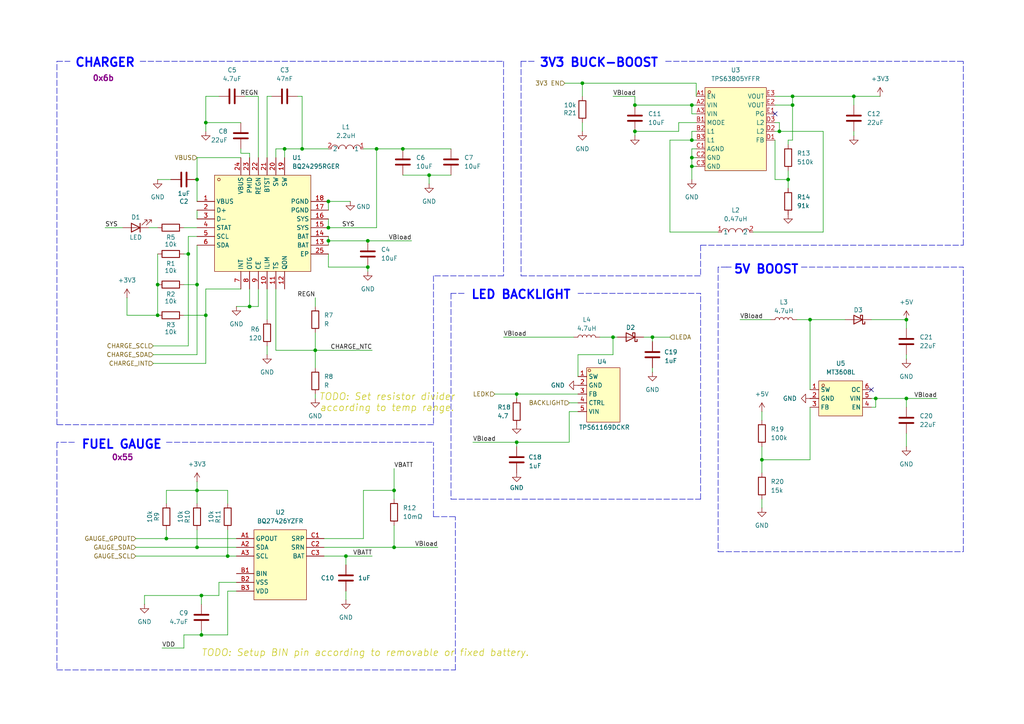
<source format=kicad_sch>
(kicad_sch (version 20231120) (generator "eeschema") (generator_version "8.0")
  (paper "A4")
  (title_block (title "Battery and Power management") (date "2024-10-26 - 2024-11-11") (rev "Prototype v0") (company "xamuel.xyz"))
  (lib_symbols
    (symbol "Device:C" (pin_numbers hide) (pin_names (offset 0.254))
      (property "Reference" "C" (at 0.635 2.54 0))
      (property "Value" "C" (at 0.635 -2.54 0))
      (symbol "C_0_1"
        (polyline (pts (xy -2.032 -0.762) (xy 2.032 -0.762)) (stroke (width 0.508)))
        (polyline (pts (xy -2.032 0.762) (xy 2.032 0.762)) (stroke (width 0.508)))
      )
      (symbol "C_1_1"
        (pin passive line (at 0 3.81 270) (length 2.794) (name "~") (number "1"))
        (pin passive line (at 0 -3.81 90) (length 2.794) (name "~") (number "2"))
      )
    )
    (symbol "Device:D_Schottky" (pin_numbers hide) (pin_names (offset 1.016) hide)
      (property "Reference" "D" (at 0 2.54 0))
      (property "Value" "D_Schottky" (at 0 -2.54 0))
      (symbol "D_Schottky_0_1"
        (polyline (pts (xy 1.27 0) (xy -1.27 0)))
        (polyline (pts (xy 1.27 1.27) (xy 1.27 -1.27) (xy -1.27 0) (xy 1.27 1.27)) (stroke (width 0.254)))
        (polyline (pts (xy -1.905 0.635) (xy -1.905 1.27) (xy -1.27 1.27) (xy -1.27 -1.27) (xy -0.635 -1.27) (xy -0.635 -0.635)) (stroke (width 0.254)))
      )
      (symbol "D_Schottky_1_1"
        (pin passive line (at -3.81 0 0) (length 2.54) (name "K") (number "1"))
        (pin passive line (at 3.81 0 180) (length 2.54) (name "A") (number "2"))
      )
    )
    (symbol "Device:L" (pin_numbers hide) (pin_names (offset 1.016) hide)
      (property "Reference" "L" (at -1.27 0 90))
      (property "Value" "L" (at 1.905 0 90))
      (symbol "L_0_1"
        (arc (start 0 -2.54) (mid 0.6323 -1.905) (end 0 -1.27))
        (arc (start 0 -1.27) (mid 0.6323 -0.635) (end 0 0))
        (arc (start 0 0) (mid 0.6323 0.635) (end 0 1.27))
        (arc (start 0 1.27) (mid 0.6323 1.905) (end 0 2.54))
      )
      (symbol "L_1_1"
        (pin passive line (at 0 3.81 270) (length 1.27) (name "1") (number "1"))
        (pin passive line (at 0 -3.81 90) (length 1.27) (name "2") (number "2"))
      )
    )
    (symbol "Device:LED" (pin_numbers hide) (pin_names (offset 1.016) hide)
      (property "Reference" "D" (at 0 2.54 0))
      (property "Value" "LED" (at 0 -2.54 0))
      (symbol "LED_0_1"
        (polyline (pts (xy -1.27 -1.27) (xy -1.27 1.27)) (stroke (width 0.254)))
        (polyline (pts (xy -1.27 0) (xy 1.27 0)))
        (polyline (pts (xy 1.27 -1.27) (xy 1.27 1.27) (xy -1.27 0) (xy 1.27 -1.27)) (stroke (width 0.254)))
        (polyline (pts (xy -3.048 -0.762) (xy -4.572 -2.286) (xy -3.81 -2.286) (xy -4.572 -2.286) (xy -4.572 -1.524)))
        (polyline (pts (xy -1.778 -0.762) (xy -3.302 -2.286) (xy -2.54 -2.286) (xy -3.302 -2.286) (xy -3.302 -1.524)))
      )
      (symbol "LED_1_1"
        (pin passive line (at -3.81 0 0) (length 2.54) (name "K") (number "1"))
        (pin passive line (at 3.81 0 180) (length 2.54) (name "A") (number "2"))
      )
    )
    (symbol "Device:R" (pin_numbers hide) (pin_names (offset 0))
      (property "Reference" "R" (at 2.032 0 90))
      (property "Value" "R" (at 0 0 90))
      (symbol "R_0_1"
        (rectangle (start -1.016 -2.54) (end 1.016 2.54) (stroke (width 0.254)))
      )
      (symbol "R_1_1"
        (pin passive line (at 0 3.81 270) (length 1.27) (name "~") (number "1"))
        (pin passive line (at 0 -3.81 90) (length 1.27) (name "~") (number "2"))
      )
    )
    (symbol "linuxpocket:1239AS-H-R47M=P2"
      (property "Reference" "U" (at 0 5.08 0))
      (property "Value" "1239AS-H-R47M=P2" (at 0 -5.08 0))
      (symbol "1239AS-H-R47M=P2_0_1"
        (arc (start -2.03 0.01) (mid -3.055 1.013) (end -4.06 -0.01))
        (arc (start 0 0.01) (mid -1.025 1.013) (end -2.03 -0.01))
        (arc (start 2.03 0.01) (mid 1.005 1.013) (end 0 -0.01))
        (arc (start 4.06 0.01) (mid 3.035 1.013) (end 2.03 -0.01))
        (pin unspecified line (at -5.08 0 0) (length 1.016) (name "1") (number "1"))
        (pin unspecified line (at 5.08 0 180) (length 1.016) (name "2") (number "2"))
      )
    )
    (symbol "linuxpocket:BQ24295RGER"
      (property "Reference" "U" (at 0 25.4 0))
      (property "Value" "BQ24295RGER" (at 0 -22.86 0))
      (symbol "BQ24295RGER_0_1"
        (rectangle (start -12.7 15.24) (end 15.24 -12.7) (fill (type background)))
        (circle (center -11.43 13.97) (radius 0.38))
        (pin unspecified line (at -17.78 7.62 0) (length 5.08) (name "VBUS") (number "1"))
        (pin unspecified line (at 2.54 -17.78 90) (length 5.08) (name "ILIM") (number "10"))
        (pin unspecified line (at 5.08 -17.78 90) (length 5.08) (name "TS") (number "11"))
        (pin unspecified line (at 7.62 -17.78 90) (length 5.08) (name "QON") (number "12"))
        (pin unspecified line (at 20.32 -5.08 180) (length 5.08) (name "BAT") (number "13"))
        (pin unspecified line (at 20.32 -2.54 180) (length 5.08) (name "BAT") (number "14"))
        (pin unspecified line (at 20.32 0 180) (length 5.08) (name "SYS") (number "15"))
        (pin unspecified line (at 20.32 2.54 180) (length 5.08) (name "SYS") (number "16"))
        (pin unspecified line (at 20.32 5.08 180) (length 5.08) (name "PGND") (number "17"))
        (pin unspecified line (at 20.32 7.62 180) (length 5.08) (name "PGND") (number "18"))
        (pin unspecified line (at 7.62 20.32 270) (length 5.08) (name "SW") (number "19"))
        (pin unspecified line (at -17.78 5.08 0) (length 5.08) (name "D+") (number "2"))
        (pin unspecified line (at 5.08 20.32 270) (length 5.08) (name "SW") (number "20"))
        (pin unspecified line (at 2.54 20.32 270) (length 5.08) (name "BTST") (number "21"))
        (pin unspecified line (at 0 20.32 270) (length 5.08) (name "REGN") (number "22"))
        (pin unspecified line (at -2.54 20.32 270) (length 5.08) (name "PMID") (number "23"))
        (pin unspecified line (at -5.08 20.32 270) (length 5.08) (name "VBUS") (number "24"))
        (pin unspecified line (at 20.32 -7.62 180) (length 5.08) (name "EP") (number "25"))
        (pin unspecified line (at -17.78 2.54 0) (length 5.08) (name "D-") (number "3"))
        (pin unspecified line (at -17.78 0 0) (length 5.08) (name "STAT") (number "4"))
        (pin unspecified line (at -17.78 -2.54 0) (length 5.08) (name "SCL") (number "5"))
        (pin unspecified line (at -17.78 -5.08 0) (length 5.08) (name "SDA") (number "6"))
        (pin unspecified line (at -5.08 -17.78 90) (length 5.08) (name "INT") (number "7"))
        (pin unspecified line (at -2.54 -17.78 90) (length 5.08) (name "OTG") (number "8"))
        (pin unspecified line (at 0 -17.78 90) (length 5.08) (name "CE") (number "9"))
      )
    )
    (symbol "linuxpocket:BQ27426YZFR"
      (property "Reference" "U" (at 0 10.16 0))
      (property "Value" "BQ27426YZFR" (at 0 -15.24 0))
      (symbol "BQ27426YZFR_0_1"
        (rectangle (start -7.62 7.62) (end 7.62 -12.7) (fill (type background)))
        (pin unspecified line (at -12.7 5.08 0) (length 5.08) (name "GPOUT") (number "A1"))
        (pin unspecified line (at -12.7 2.54 0) (length 5.08) (name "SDA") (number "A2"))
        (pin unspecified line (at -12.7 0 0) (length 5.08) (name "SCL") (number "A3"))
        (pin unspecified line (at -12.7 -5.08 0) (length 5.08) (name "BIN") (number "B1"))
        (pin unspecified line (at -12.7 -7.62 0) (length 5.08) (name "VSS") (number "B2"))
        (pin unspecified line (at -12.7 -10.16 0) (length 5.08) (name "VDD") (number "B3"))
        (pin unspecified line (at 12.7 5.08 180) (length 5.08) (name "SRP") (number "C1"))
        (pin unspecified line (at 12.7 2.54 180) (length 5.08) (name "SRN") (number "C2"))
        (pin unspecified line (at 12.7 0 180) (length 5.08) (name "BAT") (number "C3"))
      )
    )
    (symbol "linuxpocket:FXL0420-2R2-M"
      (property "Reference" "L" (at 0 5.08 0))
      (property "Value" "FXL0420-2R2-M" (at 0 -5.08 0))
      (symbol "FXL0420-2R2-M_0_1"
        (arc (start -4.29 -0.02) (mid -2.81 -1.01) (end -2.27 -0.02))
        (arc (start -2.13 -0.02) (mid -0.66 -1.01) (end -0.11 -0.02))
        (arc (start 0.02 -0.02) (mid 1.49 -1.01) (end 2.04 -0.02))
        (arc (start 2.21 -0.02) (mid 3.68 -1.01) (end 4.23 -0.02))
        (pin unspecified line (at -5.08 0 0) (length 0.762) (name "1") (number "1"))
        (pin unspecified line (at 5.08 0 180) (length 0.762) (name "2") (number "2"))
      )
    )
    (symbol "linuxpocket:MT3608L"
      (property "Reference" "U" (at 0 7.62 0))
      (property "Value" "MT3608L" (at 0 -7.62 0))
      (symbol "MT3608L_0_1"
        (rectangle (start -6.35 5.08) (end 6.35 -5.08) (fill (type background)))
        (circle (center -5.08 3.81) (radius 0.38))
        (pin unspecified line (at -8.89 2.54 0) (length 2.54) (name "SW") (number "1"))
        (pin unspecified line (at -8.89 0 0) (length 2.54) (name "GND") (number "2"))
        (pin unspecified line (at -8.89 -2.54 0) (length 2.54) (name "FB") (number "3"))
        (pin unspecified line (at 8.89 -2.54 180) (length 2.54) (name "EN") (number "4"))
        (pin unspecified line (at 8.89 0 180) (length 2.54) (name "VIN") (number "5"))
        (pin unspecified line (at 8.89 2.54 180) (length 2.54) (name "OC") (number "6"))
      )
    )
    (symbol "linuxpocket:TPS61169DCKR"
      (property "Reference" "U" (at 0 10.16 0))
      (property "Value" "TPS61169DCKR" (at 0 -10.16 0))
      (symbol "TPS61169DCKR_0_1"
        (rectangle (start -2.54 7.62) (end 7.11 -8.13) (fill (type background)))
        (circle (center -1.78 6.86) (radius 0.38))
        (pin unspecified line (at -5.08 5.08 0) (length 2.54) (name "SW") (number "1"))
        (pin unspecified line (at -5.08 2.54 0) (length 2.54) (name "GND") (number "2"))
        (pin unspecified line (at -5.08 0 0) (length 2.54) (name "FB") (number "3"))
        (pin unspecified line (at -5.08 -2.54 0) (length 2.54) (name "CTRL") (number "4"))
        (pin unspecified line (at -5.08 -5.08 0) (length 2.54) (name "VIN") (number "5"))
      )
    )
    (symbol "linuxpocket:TPS63805YFFR"
      (property "Reference" "U" (at 0 15.24 0))
      (property "Value" "TPS63805YFFR" (at 0 -15.24 0))
      (symbol "TPS63805YFFR_0_1"
        (rectangle (start -7.62 12.7) (end 10.16 -11.43) (fill (type background)))
        (circle (center -6.35 11.43) (radius 0.38))
        (pin unspecified line (at -10.16 10.16 0) (length 2.54) (name "EN") (number "A1"))
        (pin unspecified line (at -10.16 7.62 0) (length 2.54) (name "VIN") (number "A2"))
        (pin unspecified line (at -10.16 5.08 0) (length 2.54) (name "VIN") (number "A3"))
        (pin unspecified line (at -10.16 2.54 0) (length 2.54) (name "MODE") (number "B1"))
        (pin unspecified line (at -10.16 0 0) (length 2.54) (name "L1") (number "B2"))
        (pin unspecified line (at -10.16 -2.54 0) (length 2.54) (name "L1") (number "B3"))
        (pin unspecified line (at -10.16 -5.08 0) (length 2.54) (name "AGND") (number "C1"))
        (pin unspecified line (at -10.16 -7.62 0) (length 2.54) (name "GND") (number "C2"))
        (pin unspecified line (at -10.16 -10.16 0) (length 2.54) (name "GND") (number "C3"))
        (pin unspecified line (at 12.7 -2.54 180) (length 2.54) (name "FB") (number "D1"))
        (pin unspecified line (at 12.7 0 180) (length 2.54) (name "L2") (number "D2"))
        (pin unspecified line (at 12.7 2.54 180) (length 2.54) (name "L2") (number "D3"))
        (pin unspecified line (at 12.7 5.08 180) (length 2.54) (name "PG") (number "E1"))
        (pin unspecified line (at 12.7 7.62 180) (length 2.54) (name "VOUT") (number "E2"))
        (pin unspecified line (at 12.7 10.16 180) (length 2.54) (name "VOUT") (number "E3"))
      )
    )
    (symbol "power:+3V3" (power) (pin_numbers hide) (pin_names (offset 0) hide)
      (property "Value" "+3V3" (at 0 3.556 0))
      (symbol "+3V3_0_1"
        (polyline (pts (xy -0.762 1.27) (xy 0 2.54)))
        (polyline (pts (xy 0 0) (xy 0 2.54)))
        (polyline (pts (xy 0 2.54) (xy 0.762 1.27)))
      )
      (symbol "+3V3_1_1"
        (pin power_in line (at 0 0 90) (length 0) (name "~") (number "1"))
      )
    )
    (symbol "power:+5V" (power) (pin_numbers hide) (pin_names (offset 0) hide)
      (property "Value" "+5V" (at 0 3.556 0))
      (symbol "+5V_0_1"
        (polyline (pts (xy -0.762 1.27) (xy 0 2.54)))
        (polyline (pts (xy 0 0) (xy 0 2.54)))
        (polyline (pts (xy 0 2.54) (xy 0.762 1.27)))
      )
      (symbol "+5V_1_1"
        (pin power_in line (at 0 0 90) (length 0) (name "~") (number "1"))
      )
    )
    (symbol "power:GND" (power) (pin_numbers hide) (pin_names (offset 0) hide)
      (property "Value" "GND" (at 0 -3.81 0))
      (symbol "GND_0_1"
        (polyline (pts (xy 0 0) (xy 0 -1.27) (xy 1.27 -1.27) (xy 0 -2.54) (xy -1.27 -1.27) (xy 0 -1.27)))
      )
      (symbol "GND_1_1"
        (pin power_in line (at 0 0 270) (length 0) (name "~") (number "1"))
      )
    )
  )
  (junction (at 59.69 35.56))
  (junction (at 72.39 88.9))
  (junction (at 200.66 48.26))
  (junction (at 200.66 40.64))
  (junction (at 262.89 92.71))
  (junction (at 95.25 58.42))
  (junction (at 66.04 161.29))
  (junction (at 57.15 142.24))
  (junction (at 229.87 27.94))
  (junction (at 95.25 69.85))
  (junction (at 200.66 45.72))
  (junction (at 58.42 172.72))
  (junction (at 59.69 91.44))
  (junction (at 48.26 156.21))
  (junction (at 106.68 69.85))
  (junction (at 234.95 92.71))
  (junction (at 184.15 30.48))
  (junction (at 95.25 66.04))
  (junction (at 229.87 30.48))
  (junction (at 45.72 91.44))
  (junction (at 58.42 184.15))
  (junction (at 114.3 142.24))
  (junction (at 91.44 101.6))
  (junction (at 247.65 27.94))
  (junction (at 54.61 73.66))
  (junction (at 228.6 52.07))
  (junction (at 57.15 82.55))
  (junction (at 106.68 77.47))
  (junction (at 226.06 38.1))
  (junction (at 149.86 128.27))
  (junction (at 100.33 161.29))
  (junction (at 149.86 114.3))
  (junction (at 200.66 30.48))
  (junction (at 168.91 24.13))
  (junction (at 177.8 97.79))
  (junction (at 114.3 158.75))
  (junction (at 116.84 43.18))
  (junction (at 124.46 50.8))
  (junction (at 254 115.57))
  (junction (at 262.89 115.57))
  (junction (at 45.72 82.55))
  (junction (at 57.15 158.75))
  (junction (at 109.22 43.18))
  (junction (at 189.23 97.79))
  (junction (at 57.15 52.07))
  (junction (at 87.63 43.18))
  (junction (at 184.15 38.1))
  (junction (at 220.98 133.35))
  (junction (at 82.55 43.18))
  (no_connect (at 224.79 33.02))
  (no_connect (at 252.73 113.03))
  (wire (pts (xy 66.04 161.29) (xy 68.58 161.29)))
  (wire (pts (xy 262.89 125.73) (xy 262.89 129.54)))
  (polyline (pts (xy 146.05 80.01) (xy 125.73 80.01)) (stroke (width 0) (type dash)))
  (wire (pts (xy 234.95 92.71) (xy 234.95 113.03)))
  (wire (pts (xy 167.64 109.22) (xy 167.64 102.87)))
  (wire (pts (xy 224.79 27.94) (xy 229.87 27.94)))
  (wire (pts (xy 54.61 100.33) (xy 44.45 100.33)))
  (wire (pts (xy 82.55 43.18) (xy 87.63 43.18)))
  (wire (pts (xy 66.04 153.67) (xy 66.04 161.29)))
  (wire (pts (xy 48.26 156.21) (xy 68.58 156.21)))
  (wire (pts (xy 77.47 83.82) (xy 77.47 92.71)))
  (wire (pts (xy 224.79 52.07) (xy 228.6 52.07)))
  (wire (pts (xy 95.25 77.47) (xy 106.68 77.47)))
  (wire (pts (xy 201.93 38.1) (xy 200.66 38.1)))
  (wire (pts (xy 87.63 27.94) (xy 87.63 43.18)))
  (wire (pts (xy 186.69 97.79) (xy 189.23 97.79)))
  (wire (pts (xy 95.25 73.66) (xy 95.25 77.47)))
  (wire (pts (xy 59.69 35.56) (xy 69.85 35.56)))
  (polyline (pts (xy 208.28 77.47) (xy 208.28 160.02)) (stroke (width 0) (type dash)))
  (wire (pts (xy 53.34 91.44) (xy 59.69 91.44)))
  (wire (pts (xy 109.22 43.18) (xy 109.22 66.04)))
  (wire (pts (xy 200.66 45.72) (xy 200.66 48.26)))
  (polyline (pts (xy 151.13 17.78) (xy 151.13 80.01)) (stroke (width 0) (type dash)))
  (wire (pts (xy 149.86 129.54) (xy 149.86 128.27)))
  (wire (pts (xy 78.74 27.94) (xy 77.47 27.94)))
  (wire (pts (xy 66.04 142.24) (xy 66.04 146.05)))
  (wire (pts (xy 224.79 30.48) (xy 229.87 30.48)))
  (wire (pts (xy 87.63 27.94) (xy 86.36 27.94)))
  (wire (pts (xy 48.26 153.67) (xy 48.26 156.21)))
  (wire (pts (xy 53.34 66.04) (xy 57.15 66.04)))
  (polyline (pts (xy 16.51 194.31) (xy 132.08 194.31)) (stroke (width 0) (type dash)))
  (wire (pts (xy 200.66 48.26) (xy 201.93 48.26)))
  (wire (pts (xy 106.68 78.74) (xy 106.68 77.47)))
  (polyline (pts (xy 16.51 128.27) (xy 16.51 194.31)) (stroke (width 0) (type dash)))
  (wire (pts (xy 254 115.57) (xy 262.89 115.57)))
  (wire (pts (xy 168.91 24.13) (xy 168.91 27.94)))
  (polyline (pts (xy 203.2 144.78) (xy 203.2 85.09)) (stroke (width 0) (type dash)))
  (wire (pts (xy 106.68 69.85) (xy 95.25 69.85)))
  (wire (pts (xy 72.39 83.82) (xy 72.39 88.9)))
  (wire (pts (xy 39.37 161.29) (xy 66.04 161.29)))
  (wire (pts (xy 184.15 30.48) (xy 200.66 30.48)))
  (wire (pts (xy 59.69 35.56) (xy 59.69 38.1)))
  (wire (pts (xy 69.85 43.18) (xy 69.85 44.45)))
  (polyline (pts (xy 208.28 160.02) (xy 279.4 160.02)) (stroke (width 0) (type dash)))
  (wire (pts (xy 200.66 45.72) (xy 201.93 45.72)))
  (wire (pts (xy 57.15 153.67) (xy 57.15 158.75)))
  (wire (pts (xy 220.98 144.78) (xy 220.98 147.32)))
  (polyline (pts (xy 130.81 85.09) (xy 130.81 144.78)) (stroke (width 0) (type dash)))
  (polyline (pts (xy 232.41 77.47) (xy 279.4 77.47)) (stroke (width 0) (type dash)))
  (wire (pts (xy 229.87 27.94) (xy 229.87 30.48)))
  (wire (pts (xy 201.93 24.13) (xy 201.93 27.94)))
  (polyline (pts (xy 125.73 80.01) (xy 125.73 123.19)) (stroke (width 0) (type dash)))
  (wire (pts (xy 100.33 173.99) (xy 100.33 171.45)))
  (wire (pts (xy 59.69 83.82) (xy 59.69 91.44)))
  (wire (pts (xy 200.66 43.18) (xy 200.66 45.72)))
  (wire (pts (xy 57.15 82.55) (xy 57.15 102.87)))
  (wire (pts (xy 68.58 171.45) (xy 66.04 171.45)))
  (wire (pts (xy 245.11 92.71) (xy 234.95 92.71)))
  (wire (pts (xy 224.79 40.64) (xy 224.79 52.07)))
  (wire (pts (xy 114.3 158.75) (xy 114.3 152.4)))
  (wire (pts (xy 234.95 118.11) (xy 234.95 133.35)))
  (wire (pts (xy 149.86 115.57) (xy 149.86 114.3)))
  (wire (pts (xy 44.45 105.41) (xy 59.69 105.41)))
  (wire (pts (xy 39.37 156.21) (xy 48.26 156.21)))
  (wire (pts (xy 72.39 88.9) (xy 74.93 88.9)))
  (wire (pts (xy 74.93 27.94) (xy 74.93 45.72)))
  (wire (pts (xy 137.16 128.27) (xy 149.86 128.27)))
  (wire (pts (xy 262.89 115.57) (xy 271.78 115.57)))
  (polyline (pts (xy 151.13 80.01) (xy 203.2 80.01)) (stroke (width 0) (type dash)))
  (wire (pts (xy 100.33 161.29) (xy 107.95 161.29)))
  (wire (pts (xy 200.66 40.64) (xy 194.31 40.64)))
  (polyline (pts (xy 16.51 17.78) (xy 20.32 17.78)) (stroke (width 0) (type dash)))
  (wire (pts (xy 48.26 142.24) (xy 57.15 142.24)))
  (wire (pts (xy 220.98 133.35) (xy 220.98 137.16)))
  (wire (pts (xy 77.47 27.94) (xy 77.47 45.72)))
  (wire (pts (xy 143.51 114.3) (xy 149.86 114.3)))
  (wire (pts (xy 80.01 101.6) (xy 91.44 101.6)))
  (polyline (pts (xy 137.16 17.78) (xy 146.05 17.78)) (stroke (width 0) (type dash)))
  (wire (pts (xy 54.61 73.66) (xy 54.61 100.33)))
  (wire (pts (xy 109.22 43.18) (xy 116.84 43.18)))
  (wire (pts (xy 224.79 38.1) (xy 226.06 38.1)))
  (wire (pts (xy 95.25 58.42) (xy 95.25 60.96)))
  (wire (pts (xy 200.66 38.1) (xy 200.66 40.64)))
  (wire (pts (xy 57.15 52.07) (xy 57.15 58.42)))
  (wire (pts (xy 252.73 115.57) (xy 254 115.57)))
  (wire (pts (xy 68.58 88.9) (xy 72.39 88.9)))
  (wire (pts (xy 30.48 66.04) (xy 35.56 66.04)))
  (wire (pts (xy 252.73 92.71) (xy 262.89 92.71)))
  (wire (pts (xy 224.79 35.56) (xy 226.06 35.56)))
  (wire (pts (xy 57.15 158.75) (xy 68.58 158.75)))
  (polyline (pts (xy 167.64 85.09) (xy 203.2 85.09)) (stroke (width 0) (type dash)))
  (wire (pts (xy 58.42 184.15) (xy 58.42 182.88)))
  (wire (pts (xy 53.34 187.96) (xy 53.34 184.15)))
  (wire (pts (xy 189.23 97.79) (xy 194.31 97.79)))
  (wire (pts (xy 91.44 86.36) (xy 91.44 88.9)))
  (wire (pts (xy 57.15 45.72) (xy 57.15 52.07)))
  (wire (pts (xy 59.69 27.94) (xy 63.5 27.94)))
  (wire (pts (xy 177.8 102.87) (xy 177.8 97.79)))
  (wire (pts (xy 262.89 92.71) (xy 262.89 95.25)))
  (polyline (pts (xy 132.08 194.31) (xy 132.08 149.86)) (stroke (width 0) (type dash)))
  (polyline (pts (xy 203.2 71.12) (xy 203.2 80.01)) (stroke (width 0) (type dash)))
  (wire (pts (xy 247.65 39.37) (xy 247.65 38.1)))
  (polyline (pts (xy 48.26 128.27) (xy 125.73 128.27)) (stroke (width 0) (type dash)))
  (polyline (pts (xy 134.62 85.09) (xy 130.81 85.09)) (stroke (width 0) (type dash)))
  (wire (pts (xy 116.84 50.8) (xy 124.46 50.8)))
  (wire (pts (xy 57.15 139.7) (xy 57.15 142.24)))
  (wire (pts (xy 93.98 158.75) (xy 114.3 158.75)))
  (wire (pts (xy 91.44 101.6) (xy 91.44 106.68)))
  (wire (pts (xy 262.89 115.57) (xy 262.89 118.11)))
  (wire (pts (xy 226.06 35.56) (xy 226.06 38.1)))
  (wire (pts (xy 124.46 53.34) (xy 124.46 50.8)))
  (wire (pts (xy 59.69 91.44) (xy 59.69 105.41)))
  (polyline (pts (xy 125.73 149.86) (xy 132.08 149.86)) (stroke (width 0) (type dash)))
  (wire (pts (xy 72.39 44.45) (xy 72.39 45.72)))
  (polyline (pts (xy 193.04 17.78) (xy 279.4 17.78)) (stroke (width 0) (type dash)))
  (wire (pts (xy 119.38 69.85) (xy 106.68 69.85)))
  (wire (pts (xy 57.15 60.96) (xy 57.15 63.5)))
  (wire (pts (xy 95.25 66.04) (xy 109.22 66.04)))
  (wire (pts (xy 95.25 58.42) (xy 101.6 58.42)))
  (wire (pts (xy 226.06 38.1) (xy 238.76 38.1)))
  (wire (pts (xy 114.3 142.24) (xy 114.3 144.78)))
  (wire (pts (xy 45.72 82.55) (xy 45.72 91.44)))
  (wire (pts (xy 36.83 91.44) (xy 45.72 91.44)))
  (wire (pts (xy 87.63 43.18) (xy 95.25 43.18)))
  (wire (pts (xy 114.3 158.75) (xy 127 158.75)))
  (wire (pts (xy 39.37 158.75) (xy 57.15 158.75)))
  (wire (pts (xy 66.04 171.45) (xy 66.04 184.15)))
  (wire (pts (xy 184.15 27.94) (xy 184.15 30.48)))
  (polyline (pts (xy 203.2 71.12) (xy 279.4 71.12)) (stroke (width 0) (type dash)))
  (polyline (pts (xy 40.64 17.78) (xy 137.16 17.78)) (stroke (width 0) (type dash)))
  (wire (pts (xy 220.98 119.38) (xy 220.98 121.92)))
  (wire (pts (xy 77.47 100.33) (xy 77.47 102.87)))
  (wire (pts (xy 228.6 40.64) (xy 229.87 40.64)))
  (polyline (pts (xy 210.82 77.47) (xy 212.09 77.47)) (stroke (width 0) (type dash)))
  (wire (pts (xy 252.73 118.11) (xy 254 118.11)))
  (wire (pts (xy 177.8 27.94) (xy 184.15 27.94)))
  (wire (pts (xy 91.44 101.6) (xy 91.44 96.52)))
  (wire (pts (xy 238.76 38.1) (xy 238.76 67.31)))
  (wire (pts (xy 57.15 142.24) (xy 57.15 146.05)))
  (wire (pts (xy 168.91 24.13) (xy 201.93 24.13)))
  (wire (pts (xy 149.86 128.27) (xy 165.1 128.27)))
  (wire (pts (xy 228.6 41.91) (xy 228.6 40.64)))
  (wire (pts (xy 82.55 43.18) (xy 82.55 45.72)))
  (wire (pts (xy 71.12 27.94) (xy 74.93 27.94)))
  (wire (pts (xy 105.41 43.18) (xy 109.22 43.18)))
  (wire (pts (xy 48.26 146.05) (xy 48.26 142.24)))
  (wire (pts (xy 165.1 128.27) (xy 165.1 119.38)))
  (wire (pts (xy 200.66 40.64) (xy 201.93 40.64)))
  (polyline (pts (xy 16.51 123.19) (xy 16.51 17.78)) (stroke (width 0) (type dash)))
  (wire (pts (xy 63.5 168.91) (xy 63.5 172.72)))
  (wire (pts (xy 54.61 68.58) (xy 54.61 73.66)))
  (wire (pts (xy 184.15 38.1) (xy 196.85 38.1)))
  (wire (pts (xy 194.31 40.64) (xy 194.31 67.31)))
  (wire (pts (xy 201.93 30.48) (xy 200.66 30.48)))
  (wire (pts (xy 74.93 83.82) (xy 74.93 88.9)))
  (wire (pts (xy 57.15 71.12) (xy 57.15 82.55)))
  (wire (pts (xy 228.6 52.07) (xy 228.6 54.61)))
  (wire (pts (xy 184.15 39.37) (xy 184.15 38.1)))
  (wire (pts (xy 95.25 63.5) (xy 95.25 66.04)))
  (wire (pts (xy 196.85 35.56) (xy 196.85 38.1)))
  (wire (pts (xy 58.42 175.26) (xy 58.42 172.72)))
  (wire (pts (xy 167.64 102.87) (xy 177.8 102.87)))
  (wire (pts (xy 177.8 97.79) (xy 179.07 97.79)))
  (wire (pts (xy 247.65 27.94) (xy 247.65 30.48)))
  (wire (pts (xy 229.87 40.64) (xy 229.87 30.48)))
  (wire (pts (xy 95.25 69.85) (xy 95.25 71.12)))
  (wire (pts (xy 105.41 142.24) (xy 114.3 142.24)))
  (wire (pts (xy 93.98 161.29) (xy 100.33 161.29)))
  (wire (pts (xy 146.05 97.79) (xy 166.37 97.79)))
  (wire (pts (xy 165.1 116.84) (xy 167.64 116.84)))
  (wire (pts (xy 53.34 73.66) (xy 54.61 73.66)))
  (wire (pts (xy 262.89 102.87) (xy 262.89 104.14)))
  (wire (pts (xy 228.6 52.07) (xy 228.6 49.53)))
  (wire (pts (xy 200.66 48.26) (xy 200.66 52.07)))
  (wire (pts (xy 45.72 52.07) (xy 49.53 52.07)))
  (wire (pts (xy 80.01 43.18) (xy 82.55 43.18)))
  (wire (pts (xy 214.63 92.71) (xy 223.52 92.71)))
  (wire (pts (xy 69.85 44.45) (xy 72.39 44.45)))
  (polyline (pts (xy 130.81 144.78) (xy 203.2 144.78)) (stroke (width 0) (type dash)))
  (wire (pts (xy 66.04 184.15) (xy 58.42 184.15)))
  (wire (pts (xy 80.01 83.82) (xy 80.01 101.6)))
  (wire (pts (xy 114.3 135.89) (xy 114.3 142.24)))
  (polyline (pts (xy 210.82 77.47) (xy 208.28 77.47)) (stroke (width 0) (type dash)))
  (wire (pts (xy 116.84 43.18) (xy 130.81 43.18)))
  (wire (pts (xy 80.01 45.72) (xy 80.01 43.18)))
  (wire (pts (xy 149.86 114.3) (xy 167.64 114.3)))
  (wire (pts (xy 95.25 68.58) (xy 95.25 69.85)))
  (wire (pts (xy 107.95 101.6) (xy 91.44 101.6)))
  (wire (pts (xy 189.23 97.79) (xy 189.23 99.06)))
  (wire (pts (xy 194.31 67.31) (xy 208.28 67.31)))
  (wire (pts (xy 229.87 27.94) (xy 247.65 27.94)))
  (wire (pts (xy 46.99 187.96) (xy 53.34 187.96)))
  (polyline (pts (xy 125.73 123.19) (xy 16.51 123.19)) (stroke (width 0) (type dash)))
  (polyline (pts (xy 154.94 17.78) (xy 151.13 17.78)) (stroke (width 0) (type dash)))
  (wire (pts (xy 173.99 97.79) (xy 177.8 97.79)))
  (wire (pts (xy 43.18 66.04) (xy 45.72 66.04)))
  (wire (pts (xy 200.66 33.02) (xy 201.93 33.02)))
  (wire (pts (xy 234.95 133.35) (xy 220.98 133.35)))
  (wire (pts (xy 165.1 119.38) (xy 167.64 119.38)))
  (wire (pts (xy 238.76 67.31) (xy 218.44 67.31)))
  (polyline (pts (xy 125.73 149.86) (xy 125.73 128.27)) (stroke (width 0) (type dash)))
  (wire (pts (xy 201.93 43.18) (xy 200.66 43.18)))
  (wire (pts (xy 69.85 83.82) (xy 59.69 83.82)))
  (wire (pts (xy 91.44 115.57) (xy 91.44 114.3)))
  (wire (pts (xy 59.69 27.94) (xy 59.69 35.56)))
  (wire (pts (xy 93.98 156.21) (xy 105.41 156.21)))
  (wire (pts (xy 247.65 27.94) (xy 255.27 27.94)))
  (wire (pts (xy 200.66 30.48) (xy 200.66 33.02)))
  (wire (pts (xy 45.72 73.66) (xy 45.72 82.55)))
  (wire (pts (xy 58.42 184.15) (xy 53.34 184.15)))
  (wire (pts (xy 57.15 142.24) (xy 66.04 142.24)))
  (wire (pts (xy 53.34 82.55) (xy 57.15 82.55)))
  (polyline (pts (xy 279.4 160.02) (xy 279.4 77.47)) (stroke (width 0) (type dash)))
  (wire (pts (xy 68.58 168.91) (xy 63.5 168.91)))
  (wire (pts (xy 234.95 92.71) (xy 231.14 92.71)))
  (wire (pts (xy 57.15 102.87) (xy 44.45 102.87)))
  (wire (pts (xy 163.83 24.13) (xy 168.91 24.13)))
  (wire (pts (xy 57.15 45.72) (xy 69.85 45.72)))
  (wire (pts (xy 124.46 50.8) (xy 130.81 50.8)))
  (wire (pts (xy 100.33 161.29) (xy 100.33 163.83)))
  (polyline (pts (xy 146.05 17.78) (xy 146.05 80.01)) (stroke (width 0) (type dash)))
  (polyline (pts (xy 279.4 71.12) (xy 279.4 17.78)) (stroke (width 0) (type dash)))
  (wire (pts (xy 63.5 172.72) (xy 58.42 172.72)))
  (wire (pts (xy 196.85 35.56) (xy 201.93 35.56)))
  (polyline (pts (xy 21.59 128.27) (xy 16.51 128.27)) (stroke (width 0) (type dash)))
  (wire (pts (xy 57.15 68.58) (xy 54.61 68.58)))
  (wire (pts (xy 41.91 175.26) (xy 41.91 172.72)))
  (wire (pts (xy 41.91 172.72) (xy 58.42 172.72)))
  (wire (pts (xy 254 118.11) (xy 254 115.57)))
  (wire (pts (xy 105.41 156.21) (xy 105.41 142.24)))
  (wire (pts (xy 168.91 35.56) (xy 168.91 38.1)))
  (wire (pts (xy 36.83 86.36) (xy 36.83 91.44)))
  (wire (pts (xy 189.23 106.68) (xy 189.23 107.95)))
  (wire (pts (xy 220.98 129.54) (xy 220.98 133.35)))
  (text "0x55\n" (at 35.56 132.842 0) (effects (font (size 1.65 1.65) (thickness 0.33) (bold yes))))
  (text "TODO: Set resistor divider\naccording to temp range." (at 112.268 116.84 0) (effects (font (size 2 2) (italic yes))))
  (text "FUEL GAUGE" (at 35.306 129.032 0) (effects (font (size 2.5 2.5) (bold yes))))
  (text "5V BOOST" (at 222.25 78.232 0) (effects (font (size 2.5 2.5) (thickness 0.5) (bold yes))))
  (text "CHARGER" (at 30.48 18.288 0) (effects (font (size 2.5 2.5) (thickness 0.5) (bold yes))))
  (text "0x6b" (at 29.972 22.86 0) (effects (font (size 1.65 1.65) (thickness 0.33) (bold yes))))
  (text "TODO: Setup BIN pin according to removable or fixed battery." (at 105.918 189.484 0) (effects (font (size 2 2) (italic yes))))
  (text "3V3 BUCK-BOOST" (at 173.736 18.288 0) (effects (font (size 2.5 2.5) (thickness 0.5) (bold yes))))
  (text "LED BACKLIGHT" (at 151.13 85.598 0) (effects (font (size 2.5 2.5) (thickness 0.5) (bold yes))))
  (label "VBATT" (at 114.3 135.89 0))
  (label "REGN" (at 74.93 27.94 180))
  (label "VBload" (at 271.78 115.57 180))
  (label "VDD" (at 46.99 187.96 0))
  (label "VBATT" (at 107.95 161.29 180))
  (label "REGN" (at 91.44 86.36 180))
  (label "VBload" (at 177.8 27.94 0))
  (label "VBload" (at 146.05 97.79 0))
  (label "VBload" (at 137.16 128.27 0))
  (label "CHARGE_NTC" (at 107.95 101.6 180))
  (label "SYS" (at 30.48 66.04 0))
  (label "VBload" (at 214.63 92.71 0))
  (label "VBload" (at 127 158.75 180))
  (label "SYS" (at 102.87 66.04 180))
  (label "VBload" (at 119.38 69.85 180))
  (hierarchical_label "GAUGE_SCL" (shape input) (at 39.37 161.29 180))
  (hierarchical_label "BACKLIGHT" (shape input) (at 165.1 116.84 180))
  (hierarchical_label "GAUGE_SDA" (shape input) (at 39.37 158.75 180))
  (hierarchical_label "GAUGE_GPOUT" (shape input) (at 39.37 156.21 180))
  (hierarchical_label "CHARGE_SCL" (shape input) (at 44.45 100.33 180))
  (hierarchical_label "3V3 EN" (shape input) (at 163.83 24.13 180))
  (hierarchical_label "CHARGE_INT" (shape input) (at 44.45 105.41 180))
  (hierarchical_label "LEDA" (shape input) (at 194.31 97.79 0))
  (hierarchical_label "VBUS" (shape input) (at 57.15 45.72 180))
  (hierarchical_label "LEDK" (shape input) (at 143.51 114.3 180))
  (hierarchical_label "CHARGE_SDA" (shape input) (at 44.45 102.87 180))
  (symbol (lib_id "Device:R") (at 228.6 58.42 0) (unit 1)
    (property "Reference" "R14" (at 231.14 57.1499 0) (effects (justify left)))
    (property "Value" "91k" (at 231.14 59.6899 0) (effects (justify left)))
    (property "Footprint" "Resistor_SMD:R_0603_1608Metric" (effects (hide yes)))
    (property "Description" "Resistor" (effects (hide yes)))
    (property "LCSC" "C23265" (effects (hide yes)))
  )
  (symbol (lib_id "Device:R") (at 220.98 125.73 0) (unit 1)
    (property "Reference" "R19" (at 223.52 124.4599 0) (effects (justify left)))
    (property "Value" "100k" (at 223.52 126.9999 0) (effects (justify left)))
    (property "Footprint" "Resistor_SMD:R_0402_1005Metric" (effects (hide yes)))
    (property "Description" "Resistor" (effects (hide yes)))
    (property "LCSC" "C25741" (effects (hide yes)))
  )
  (symbol (lib_id "Device:C") (at 58.42 179.07 0) (mirror x) (unit 1)
    (property "Reference" "C9" (at 54.61 177.7999 0) (effects (justify right)))
    (property "Value" "4.7uF" (at 54.61 180.3399 0) (effects (justify right)))
    (property "Footprint" "Capacitor_SMD:C_0402_1005Metric" (effects (hide yes)))
    (property "Description" "Unpolarized capacitor" (effects (hide yes)))
    (property "LCSC" "C23733" (effects (hide yes)))
  )
  (symbol (lib_id "Device:R") (at 49.53 66.04 90) (unit 1)
    (property "Reference" "R5" (at 49.53 68.834 90))
    (property "Value" "10k" (at 49.53 70.866 90))
    (property "Footprint" "Resistor_SMD:R_0402_1005Metric" (effects (hide yes)))
    (property "Description" "Resistor" (effects (hide yes)))
    (property "LCSC" "C25744" (effects (hide yes)))
  )
  (symbol (lib_id "Device:C") (at 67.31 27.94 270) (mirror x) (unit 1)
    (property "Reference" "C5" (at 67.31 20.32 90))
    (property "Value" "4.7uF" (at 67.31 22.86 90))
    (property "Footprint" "Capacitor_SMD:C_0402_1005Metric" (effects (hide yes)))
    (property "Description" "Unpolarized capacitor" (effects (hide yes)))
    (property "LCSC" "C23733" (effects (hide yes)))
  )
  (symbol (lib_id "Device:R") (at 49.53 82.55 90) (unit 1)
    (property "Reference" "R2" (at 49.53 85.344 90))
    (property "Value" "10k" (at 49.53 87.376 90))
    (property "Footprint" "Resistor_SMD:R_0402_1005Metric" (effects (hide yes)))
    (property "Description" "Resistor" (effects (hide yes)))
    (property "LCSC" "C25744" (effects (hide yes)))
  )
  (symbol (lib_id "linuxpocket:FXL0420-2R2-M") (at 100.33 43.18 180) (unit 1)
    (property "Reference" "L1" (at 100.33 36.83 0))
    (property "Value" "2.2uH" (at 100.33 39.37 0))
    (property "Footprint" "linuxpocket:IND-SMD_L4.4-W4.2" (effects (hide yes)))
    (property "Datasheet" "https://lcsc.com/product-detail/Power-Inductors_2-2uH-20_C167206.html" (effects (hide yes)))
    (property "Description" "FXL0420-2R2-M" (effects (hide yes)))
    (property "LCSC Part" "C167206" (effects (hide yes)))
  )
  (symbol (lib_id "Device:R") (at 77.47 96.52 0) (unit 1)
    (property "Reference" "R6" (at 72.644 95.504 0) (effects (justify left)))
    (property "Value" "120" (at 72.136 98.044 0) (effects (justify left)))
    (property "Footprint" "Resistor_SMD:R_0402_1005Metric" (effects (hide yes)))
    (property "Description" "Resistor" (effects (hide yes)))
    (property "LCSC" "C25079" (effects (hide yes)))
  )
  (symbol (lib_id "power:+5V") (at 220.98 119.38 0) (unit 1)
    (property "Reference" "#PWR045" (effects (hide yes)))
    (property "Value" "+5V" (at 220.98 114.3 0))
    (property "Description" "Power symbol creates a global label with name \"+5V\"" (effects (hide yes)))
  )
  (symbol (lib_id "Device:R") (at 220.98 140.97 0) (unit 1)
    (property "Reference" "R20" (at 223.52 139.6999 0) (effects (justify left)))
    (property "Value" "15k" (at 223.52 142.2399 0) (effects (justify left)))
    (property "Footprint" "Resistor_SMD:R_0402_1005Metric" (effects (hide yes)))
    (property "Description" "Resistor" (effects (hide yes)))
    (property "LCSC" "C25756" (effects (hide yes)))
  )
  (symbol (lib_id "Device:R") (at 57.15 149.86 0) (unit 1)
    (property "Reference" "R10" (at 54.356 149.86 90))
    (property "Value" "10k" (at 52.324 149.86 90))
    (property "Footprint" "Resistor_SMD:R_0402_1005Metric" (effects (hide yes)))
    (property "Description" "Resistor" (effects (hide yes)))
    (property "LCSC" "C25744" (effects (hide yes)))
  )
  (symbol (lib_id "power:GND") (at 234.95 115.57 270) (unit 1)
    (property "Reference" "#PWR043" (effects (hide yes)))
    (property "Value" "GND" (at 231.14 115.5699 90) (effects (justify right)))
    (property "Description" "Power symbol creates a global label with name \"GND\" , ground" (effects (hide yes)))
  )
  (symbol (lib_id "power:+3V3") (at 36.83 86.36 0) (unit 1)
    (property "Reference" "#PWR010" (effects (hide yes)))
    (property "Value" "+3V3" (at 36.83 81.28 0))
    (property "Description" "Power symbol creates a global label with name \"+3V3\"" (effects (hide yes)))
  )
  (symbol (lib_id "power:GND") (at 262.89 104.14 0) (unit 1)
    (property "Reference" "#PWR042" (effects (hide yes)))
    (property "Value" "GND" (at 262.89 109.22 0))
    (property "Description" "Power symbol creates a global label with name \"GND\" , ground" (effects (hide yes)))
  )
  (symbol (lib_id "Device:C") (at 116.84 46.99 0) (unit 1)
    (property "Reference" "C6" (at 120.65 45.7199 0) (effects (justify left)))
    (property "Value" "10uF" (at 120.65 48.2599 0) (effects (justify left)))
    (property "Footprint" "Capacitor_SMD:C_0402_1005Metric" (effects (hide yes)))
    (property "Description" "Unpolarized capacitor" (effects (hide yes)))
    (property "LCSC" "C15525" (effects (hide yes)))
  )
  (symbol (lib_id "Device:R") (at 228.6 45.72 0) (unit 1)
    (property "Reference" "R13" (at 231.14 44.4499 0) (effects (justify left)))
    (property "Value" "510k" (at 231.14 46.9899 0) (effects (justify left)))
    (property "Footprint" "Resistor_SMD:R_0402_1005Metric" (effects (hide yes)))
    (property "Description" "Resistor" (effects (hide yes)))
    (property "LCSC" "C11616" (effects (hide yes)))
  )
  (symbol (lib_id "power:GND") (at 101.6 58.42 0) (unit 1)
    (property "Reference" "#PWR011" (effects (hide yes)))
    (property "Value" "GND" (at 105.41 59.944 0))
    (property "Description" "Power symbol creates a global label with name \"GND\" , ground" (effects (hide yes)))
  )
  (symbol (lib_id "Device:L") (at 170.18 97.79 90) (unit 1)
    (property "Reference" "L4" (at 170.18 92.71 90))
    (property "Value" "4.7uH" (at 170.18 95.25 90))
    (property "Description" "Inductor" (effects (hide yes)))
    (property "LCSC" "C22463813" (effects (hide yes)))
  )
  (symbol (lib_id "power:GND") (at 41.91 175.26 0) (unit 1)
    (property "Reference" "#PWR018" (effects (hide yes)))
    (property "Value" "GND" (at 41.91 180.34 0))
    (property "Description" "Power symbol creates a global label with name \"GND\" , ground" (effects (hide yes)))
  )
  (symbol (lib_id "power:GND") (at 189.23 107.95 0) (unit 1)
    (property "Reference" "#PWR039" (effects (hide yes)))
    (property "Value" "GND" (at 189.23 113.03 0))
    (property "Description" "Power symbol creates a global label with name \"GND\" , ground" (effects (hide yes)))
  )
  (symbol (lib_id "Device:C") (at 184.15 34.29 0) (unit 1)
    (property "Reference" "C11" (at 187.96 33.0199 0) (effects (justify left)))
    (property "Value" "10uF" (at 187.96 35.5599 0) (effects (justify left)))
    (property "Footprint" "Capacitor_SMD:C_0402_1005Metric" (effects (hide yes)))
    (property "Description" "Unpolarized capacitor" (effects (hide yes)))
    (property "LCSC" "C15525" (effects (hide yes)))
  )
  (symbol (lib_id "Device:C") (at 262.89 99.06 0) (unit 1)
    (property "Reference" "C21" (at 266.7 97.7899 0) (effects (justify left)))
    (property "Value" "22uF" (at 266.7 100.3299 0) (effects (justify left)))
    (property "Footprint" "Capacitor_SMD:C_0603_1608Metric" (effects (hide yes)))
    (property "Description" "Unpolarized capacitor" (effects (hide yes)))
    (property "LCSC" "C59461" (effects (hide yes)))
  )
  (symbol (lib_id "linuxpocket:1239AS-H-R47M=P2") (at 213.36 67.31 0) (unit 1)
    (property "Reference" "L2" (at 213.36 60.96 0))
    (property "Value" "0.47uH" (at 213.36 63.5 0))
    (property "Footprint" "linuxpocket:L1008" (effects (hide yes)))
    (property "Description" "1239AS-H-R47M=P2" (effects (hide yes)))
    (property "LCSC Part" "C576393" (effects (hide yes)))
  )
  (symbol (lib_id "Device:C") (at 53.34 52.07 270) (unit 1)
    (property "Reference" "C2" (at 53.34 58.42 90))
    (property "Value" "1uF" (at 53.34 56.134 90))
    (property "Footprint" "Capacitor_SMD:C_0402_1005Metric" (effects (hide yes)))
    (property "Description" "Unpolarized capacitor" (effects (hide yes)))
    (property "LCSC" "C52923" (effects (hide yes)))
  )
  (symbol (lib_id "Device:R") (at 66.04 149.86 0) (unit 1)
    (property "Reference" "R11" (at 63.246 149.86 90))
    (property "Value" "10k" (at 61.214 149.86 90))
    (property "Footprint" "Resistor_SMD:R_0402_1005Metric" (effects (hide yes)))
    (property "Description" "Resistor" (effects (hide yes)))
    (property "LCSC" "C25744" (effects (hide yes)))
  )
  (symbol (lib_id "Device:D_Schottky") (at 182.88 97.79 180) (unit 1)
    (property "Reference" "D2" (at 182.88 94.996 0))
    (property "Value" "D_Schottky" (effects (hide yes)))
    (property "Footprint" "Diode_SMD:D_SOD-323" (effects (hide yes)))
    (property "Description" "Schottky diode" (effects (hide yes)))
    (property "LCSC" "C191023" (effects (hide yes)))
  )
  (symbol (lib_id "Device:R") (at 48.26 149.86 0) (unit 1)
    (property "Reference" "R9" (at 45.466 149.86 90))
    (property "Value" "10k" (at 43.434 149.86 90))
    (property "Footprint" "Resistor_SMD:R_0402_1005Metric" (effects (hide yes)))
    (property "Description" "Resistor" (effects (hide yes)))
    (property "LCSC" "C25744" (effects (hide yes)))
  )
  (symbol (lib_id "power:GND") (at 228.6 62.23 0) (unit 1)
    (property "Reference" "#PWR022" (effects (hide yes)))
    (property "Value" "GND" (effects (hide yes)))
    (property "Description" "Power symbol creates a global label with name \"GND\" , ground" (effects (hide yes)))
  )
  (symbol (lib_id "Device:R") (at 91.44 110.49 0) (unit 1)
    (property "Reference" "R8" (at 93.98 109.2199 0) (effects (justify left)))
    (property "Value" "R" (at 93.98 111.7599 0) (effects (justify left)))
    (property "Description" "Resistor" (effects (hide yes)))
  )
  (symbol (lib_id "power:GND") (at 149.86 137.16 0) (unit 1)
    (property "Reference" "#PWR036" (effects (hide yes)))
    (property "Value" "GND" (at 149.86 141.478 0))
    (property "Description" "Power symbol creates a global label with name \"GND\" , ground" (effects (hide yes)))
  )
  (symbol (lib_id "power:GND") (at 45.72 52.07 0) (unit 1)
    (property "Reference" "#PWR09" (effects (hide yes)))
    (property "Value" "GND" (at 45.72 57.15 0))
    (property "Description" "Power symbol creates a global label with name \"GND\" , ground" (effects (hide yes)))
  )
  (symbol (lib_id "linuxpocket:BQ24295RGER") (at 74.93 66.04 0) (unit 1)
    (property "Reference" "U1" (at 84.7441 45.72 0) (effects (justify left)))
    (property "Value" "BQ24295RGER" (at 84.7441 48.26 0) (effects (justify left)))
    (property "Footprint" "linuxpocket:VQFN-24_L4.0-W4.0-P0.50-TL-EP2.8" (effects (hide yes)))
    (property "Datasheet" "https://lcsc.com/product-detail/PMIC-Battery-Management_TI_BQ24295RGER_BQ24295RGER_C165144.html" (effects (hide yes)))
    (property "LCSC Part" "C165144" (effects (hide yes)))
  )
  (symbol (lib_id "Device:C") (at 82.55 27.94 270) (mirror x) (unit 1)
    (property "Reference" "C3" (at 82.55 20.32 90))
    (property "Value" "47nF" (at 82.55 22.86 90))
    (property "Footprint" "Capacitor_SMD:C_0603_1608Metric" (effects (hide yes)))
    (property "Description" "Unpolarized capacitor" (effects (hide yes)))
    (property "LCSC" "C1622" (effects (hide yes)))
  )
  (symbol (lib_id "power:+3V3") (at 255.27 27.94 0) (unit 1)
    (property "Reference" "#PWR04" (effects (hide yes)))
    (property "Value" "+3V3" (at 255.27 22.86 0))
    (property "Description" "Power symbol creates a global label with name \"+3V3\"" (effects (hide yes)))
  )
  (symbol (lib_id "power:GND") (at 149.86 123.19 0) (unit 1)
    (property "Reference" "#PWR037" (effects (hide yes)))
    (property "Value" "GND" (effects (hide yes)))
    (property "Description" "Power symbol creates a global label with name \"GND\" , ground" (effects (hide yes)))
  )
  (symbol (lib_id "power:GND") (at 184.15 39.37 0) (unit 1)
    (property "Reference" "#PWR020" (effects (hide yes)))
    (property "Value" "GND" (effects (hide yes)))
    (property "Description" "Power symbol creates a global label with name \"GND\" , ground" (effects (hide yes)))
  )
  (symbol (lib_id "linuxpocket:BQ27426YZFR") (at 81.28 161.29 0) (unit 1)
    (property "Reference" "U2" (at 81.28 148.59 0))
    (property "Value" "BQ27426YZFR" (at 81.28 151.13 0))
    (property "Footprint" "linuxpocket:DSBGA-9_L1.5-W1.5-R3-C3-P0.50-BL" (effects (hide yes)))
    (property "Datasheet" "https://lcsc.com/product-detail/PMIC-Supervisors_TI_BQ27426YZFR_BQ27426YZFR_C165137.html" (effects (hide yes)))
    (property "LCSC Part" "C165137" (effects (hide yes)))
  )
  (symbol (lib_id "Device:C") (at 262.89 121.92 0) (unit 1)
    (property "Reference" "C20" (at 266.7 120.6499 0) (effects (justify left)))
    (property "Value" "22uF" (at 266.7 123.1899 0) (effects (justify left)))
    (property "Footprint" "Capacitor_SMD:C_0603_1608Metric" (effects (hide yes)))
    (property "Description" "Unpolarized capacitor" (effects (hide yes)))
    (property "LCSC" "C59461" (effects (hide yes)))
  )
  (symbol (lib_id "Device:D_Schottky") (at 248.92 92.71 180) (unit 1)
    (property "Reference" "D3" (at 248.92 89.916 0))
    (property "Value" "D_Schottky" (effects (hide yes)))
    (property "Footprint" "Diode_SMD:D_SMA" (effects (hide yes)))
    (property "Description" "Schottky diode" (effects (hide yes)))
    (property "LCSC" "C8678" (effects (hide yes)))
  )
  (symbol (lib_id "Device:C") (at 247.65 34.29 0) (unit 1)
    (property "Reference" "C12" (at 251.46 33.0199 0) (effects (justify left)))
    (property "Value" "22uF" (at 251.46 35.5599 0) (effects (justify left)))
    (property "Footprint" "Capacitor_SMD:C_0603_1608Metric" (effects (hide yes)))
    (property "Description" "Unpolarized capacitor" (effects (hide yes)))
    (property "LCSC" "C59461" (effects (hide yes)))
  )
  (symbol (lib_id "linuxpocket:TPS61169DCKR") (at 172.72 114.3 0) (unit 1)
    (property "Reference" "U4" (at 173.228 104.902 0) (effects (justify left)))
    (property "Value" "TPS61169DCKR" (at 167.894 123.952 0) (effects (justify left)))
    (property "Footprint" "linuxpocket:SC-70-5_L2.1-W1.3-P0.65-LS2.1-BR" (effects (hide yes)))
    (property "Datasheet" "https://lcsc.com/product-detail/LED-Drivers_TI_TPS61169DCKR_TPS61169DCKR_C71045.html" (effects (hide yes)))
    (property "LCSC Part" "C71045" (effects (hide yes)))
  )
  (symbol (lib_id "Device:R") (at 49.53 73.66 90) (unit 1)
    (property "Reference" "R1" (at 49.53 76.454 90))
    (property "Value" "10k" (at 49.53 78.486 90))
    (property "Footprint" "Resistor_SMD:R_0402_1005Metric" (effects (hide yes)))
    (property "Description" "Resistor" (effects (hide yes)))
    (property "LCSC" "C25744" (effects (hide yes)))
  )
  (symbol (lib_id "power:GND") (at 262.89 129.54 0) (unit 1)
    (property "Reference" "#PWR040" (effects (hide yes)))
    (property "Value" "GND" (at 262.89 134.62 0))
    (property "Description" "Power symbol creates a global label with name \"GND\" , ground" (effects (hide yes)))
  )
  (symbol (lib_id "Device:C") (at 149.86 133.35 180) (unit 1)
    (property "Reference" "C18" (at 155.194 132.588 0))
    (property "Value" "1uF" (at 155.194 135.128 0))
    (property "Footprint" "Capacitor_SMD:C_0402_1005Metric" (effects (hide yes)))
    (property "Description" "Unpolarized capacitor" (effects (hide yes)))
    (property "LCSC" "C52923" (effects (hide yes)))
  )
  (symbol (lib_id "power:GND") (at 68.58 88.9 0) (unit 1)
    (property "Reference" "#PWR047" (effects (hide yes)))
    (property "Value" "GND" (at 68.58 93.98 0))
    (property "Description" "Power symbol creates a global label with name \"GND\" , ground" (effects (hide yes)))
  )
  (symbol (lib_id "power:GND") (at 247.65 39.37 0) (unit 1)
    (property "Reference" "#PWR023" (effects (hide yes)))
    (property "Value" "GND" (effects (hide yes)))
    (property "Description" "Power symbol creates a global label with name \"GND\" , ground" (effects (hide yes)))
  )
  (symbol (lib_id "power:+3V3") (at 57.15 139.7 0) (unit 1)
    (property "Reference" "#PWR017" (effects (hide yes)))
    (property "Value" "+3V3" (at 57.15 134.62 0))
    (property "Description" "Power symbol creates a global label with name \"+3V3\"" (effects (hide yes)))
  )
  (symbol (lib_id "Device:R") (at 168.91 31.75 0) (unit 1)
    (property "Reference" "R21" (at 165.354 32.766 0))
    (property "Value" "10k" (at 165.354 30.48 0))
    (property "Footprint" "Resistor_SMD:R_0402_1005Metric" (effects (hide yes)))
    (property "Description" "Resistor" (effects (hide yes)))
    (property "LCSC" "C25744" (effects (hide yes)))
  )
  (symbol (lib_id "power:GND") (at 220.98 147.32 0) (unit 1)
    (property "Reference" "#PWR044" (effects (hide yes)))
    (property "Value" "GND" (at 220.98 152.4 0))
    (property "Description" "Power symbol creates a global label with name \"GND\" , ground" (effects (hide yes)))
  )
  (symbol (lib_id "power:GND") (at 100.33 173.99 0) (unit 1)
    (property "Reference" "#PWR019" (effects (hide yes)))
    (property "Value" "GND" (at 100.33 179.07 0))
    (property "Description" "Power symbol creates a global label with name \"GND\" , ground" (effects (hide yes)))
  )
  (symbol (lib_id "linuxpocket:TPS63805YFFR") (at 212.09 38.1 0) (unit 1)
    (property "Reference" "U3" (at 213.36 20.32 0))
    (property "Value" "TPS63805YFFR" (at 213.36 22.86 0))
    (property "Footprint" "linuxpocket:DSBGA-15_L2.3-W1.3-R5-C3-P0.40-TL" (effects (hide yes)))
    (property "Datasheet" "https://www.ti.com/lit/ds/symlink/tps63805.pdf?ts=1737917475500&ref_url=https%253A%252F%252Fwww.ti.com%252Fproduct%252FTPS63805" (effects (hide yes)))
    (property "LCSC Part" "C2879615" (effects (hide yes)))
  )
  (symbol (lib_id "power:GND") (at 168.91 38.1 0) (unit 1)
    (property "Reference" "#PWR063" (effects (hide yes)))
    (property "Value" "GND" (at 168.91 43.18 0))
    (property "Description" "Power symbol creates a global label with name \"GND\" , ground" (effects (hide yes)))
  )
  (symbol (lib_id "power:GND") (at 200.66 52.07 0) (unit 1)
    (property "Reference" "#PWR021" (effects (hide yes)))
    (property "Value" "GND" (at 200.66 57.15 0))
    (property "Description" "Power symbol creates a global label with name \"GND\" , ground" (effects (hide yes)))
  )
  (symbol (lib_id "power:GND") (at 106.68 78.74 0) (unit 1)
    (property "Reference" "#PWR012" (effects (hide yes)))
    (property "Value" "GND" (at 106.68 83.82 0))
    (property "Description" "Power symbol creates a global label with name \"GND\" , ground" (effects (hide yes)))
  )
  (symbol (lib_id "Device:C") (at 130.81 46.99 0) (unit 1)
    (property "Reference" "C7" (at 134.62 45.7199 0) (effects (justify left)))
    (property "Value" "10uF" (at 134.62 48.2599 0) (effects (justify left)))
    (property "Footprint" "Capacitor_SMD:C_0402_1005Metric" (effects (hide yes)))
    (property "Description" "Unpolarized capacitor" (effects (hide yes)))
    (property "LCSC" "C15525" (effects (hide yes)))
  )
  (symbol (lib_id "linuxpocket:MT3608L") (at 243.84 115.57 0) (unit 1)
    (property "Reference" "U5" (at 243.84 105.41 0))
    (property "Value" "MT3608L" (at 243.84 107.95 0))
    (property "Footprint" "linuxpocket:SOT-23-6_L2.9-W1.6-P0.95-LS2.8-BL_3" (effects (hide yes)))
    (property "LCSC Part" "C2932326" (effects (hide yes)))
  )
  (symbol (lib_id "power:GND") (at 59.69 38.1 0) (mirror y) (unit 1)
    (property "Reference" "#PWR013" (effects (hide yes)))
    (property "Value" "GND" (effects (hide yes)))
    (property "Description" "Power symbol creates a global label with name \"GND\" , ground" (effects (hide yes)))
  )
  (symbol (lib_id "Device:C") (at 100.33 167.64 180) (unit 1)
    (property "Reference" "C10" (at 94.996 167.64 0))
    (property "Value" "1uF" (at 105.664 167.64 0))
    (property "Footprint" "Capacitor_SMD:C_0402_1005Metric" (effects (hide yes)))
    (property "Description" "Unpolarized capacitor" (effects (hide yes)))
    (property "LCSC" "C52923" (effects (hide yes)))
  )
  (symbol (lib_id "power:GND") (at 167.64 111.76 270) (unit 1)
    (property "Reference" "#PWR038" (effects (hide yes)))
    (property "Value" "GND" (at 163.83 111.7599 90) (effects (justify right)))
    (property "Description" "Power symbol creates a global label with name \"GND\" , ground" (effects (hide yes)))
  )
  (symbol (lib_id "Device:R") (at 91.44 92.71 0) (unit 1)
    (property "Reference" "R7" (at 93.98 91.4399 0) (effects (justify left)))
    (property "Value" "R" (at 93.98 93.9799 0) (effects (justify left)))
    (property "Description" "Resistor" (effects (hide yes)))
  )
  (symbol (lib_id "Device:R") (at 114.3 148.59 0) (unit 1)
    (property "Reference" "R12" (at 116.84 147.3199 0) (effects (justify left)))
    (property "Value" "10mΩ" (at 116.84 149.8599 0) (effects (justify left)))
    (property "Footprint" "Resistor_SMD:R_0402_1005Metric" (effects (hide yes)))
    (property "Description" "Resistor" (effects (hide yes)))
    (property "LCSC" "C3024467" (effects (hide yes)))
  )
  (symbol (lib_id "power:GND") (at 91.44 115.57 0) (unit 1)
    (property "Reference" "#PWR016" (effects (hide yes)))
    (property "Value" "GND" (at 91.44 120.65 0))
    (property "Description" "Power symbol creates a global label with name \"GND\" , ground" (effects (hide yes)))
  )
  (symbol (lib_id "Device:LED") (at 39.37 66.04 180) (unit 1)
    (property "Reference" "D1" (at 39.37 62.992 0))
    (property "Value" "LED" (at 39.37 68.834 0))
    (property "Footprint" "Inductor_SMD:L_0603_1608Metric_Pad1.05x0.95mm_HandSolder" (effects (hide yes)))
    (property "Description" "Light emitting diode" (effects (hide yes)))
  )
  (symbol (lib_id "Device:R") (at 149.86 119.38 0) (unit 1)
    (property "Reference" "R18" (at 144.272 118.11 0) (effects (justify left)))
    (property "Value" "4.7" (at 144.272 120.65 0) (effects (justify left)))
    (property "Footprint" "Resistor_SMD:R_0402_1005Metric" (effects (hide yes)))
    (property "Description" "Resistor" (effects (hide yes)))
    (property "LCSC" "C23164" (effects (hide yes)))
  )
  (symbol (lib_id "power:GND") (at 77.47 102.87 0) (unit 1)
    (property "Reference" "#PWR015" (effects (hide yes)))
    (property "Value" "GND" (at 77.47 107.95 0))
    (property "Description" "Power symbol creates a global label with name \"GND\" , ground" (effects (hide yes)))
  )
  (symbol (lib_id "Device:R") (at 49.53 91.44 90) (unit 1)
    (property "Reference" "R3" (at 49.53 94.234 90))
    (property "Value" "10k" (at 49.53 96.266 90))
    (property "Footprint" "Resistor_SMD:R_0402_1005Metric" (effects (hide yes)))
    (property "Description" "Resistor" (effects (hide yes)))
    (property "LCSC" "C25744" (effects (hide yes)))
  )
  (symbol (lib_id "Device:L") (at 227.33 92.71 90) (unit 1)
    (property "Reference" "L3" (at 227.33 87.63 90))
    (property "Value" "4.7uH" (at 227.33 90.17 90))
    (property "Description" "Inductor" (effects (hide yes)))
    (property "LCSC" "C22463813" (effects (hide yes)))
  )
  (symbol (lib_id "power:GND") (at 124.46 53.34 0) (unit 1)
    (property "Reference" "#PWR014" (effects (hide yes)))
    (property "Value" "GND" (at 124.46 58.42 0))
    (property "Description" "Power symbol creates a global label with name \"GND\" , ground" (effects (hide yes)))
  )
  (symbol (lib_id "power:+5V") (at 262.89 92.71 0) (unit 1)
    (property "Reference" "#PWR041" (effects (hide yes)))
    (property "Value" "+5V" (at 262.89 87.63 0))
    (property "Description" "Power symbol creates a global label with name \"+5V\"" (effects (hide yes)))
  )
  (symbol (lib_id "Device:C") (at 69.85 39.37 0) (mirror y) (unit 1)
    (property "Reference" "C8" (at 66.04 38.0999 0) (effects (justify left)))
    (property "Value" "22uF" (at 66.04 40.6399 0) (effects (justify left)))
    (property "Footprint" "Capacitor_SMD:C_0603_1608Metric" (effects (hide yes)))
    (property "Description" "Unpolarized capacitor" (effects (hide yes)))
    (property "LCSC" "C59461" (effects (hide yes)))
  )
  (symbol (lib_id "Device:C") (at 189.23 102.87 180) (unit 1)
    (property "Reference" "C19" (at 194.564 102.108 0))
    (property "Value" "1uF" (at 194.564 104.648 0))
    (property "Footprint" "Capacitor_SMD:C_0402_1005Metric" (effects (hide yes)))
    (property "Description" "Unpolarized capacitor" (effects (hide yes)))
    (property "LCSC" "C52923" (effects (hide yes)))
  )
  (symbol (lib_id "Device:C") (at 106.68 73.66 0) (unit 1)
    (property "Reference" "C4" (at 110.49 72.3899 0) (effects (justify left)))
    (property "Value" "10uF" (at 110.49 74.9299 0) (effects (justify left)))
    (property "Footprint" "Capacitor_SMD:C_0402_1005Metric" (effects (hide yes)))
    (property "Description" "Unpolarized capacitor" (effects (hide yes)))
    (property "LCSC" "C15525" (effects (hide yes)))
  )
)
</source>
